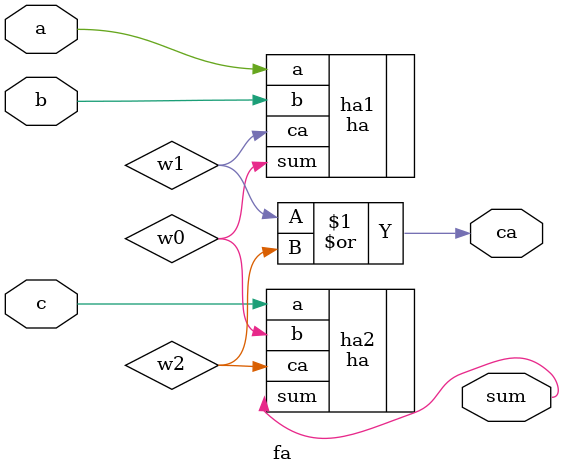
<source format=v>
`include "ha.v"

module fa (
    input a,
    input b,
    input c,
    output sum,
    output ca
    );
    wire w0;
    wire w1;
    wire w2;
    
    ha ha1(
        .a(a),
        .b(b),
        .sum(w0),
        .ca(w1)
    );

    ha ha2(
        .a(c),
        .b(w0),
        .sum(sum),
        .ca(w2)
    );

    assign ca = w1 | w2;
endmodule
</source>
